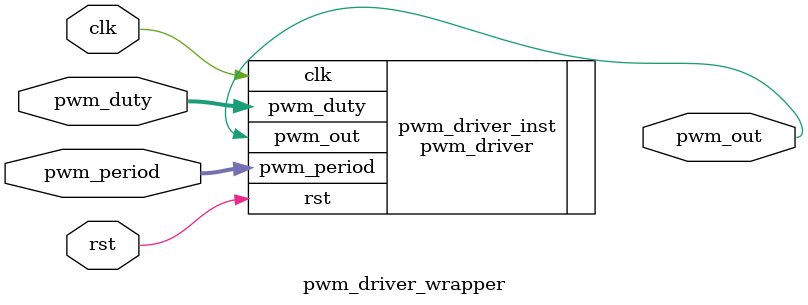
<source format=v>
module pwm_driver_wrapper #(
    parameter PWM_SIZE = 32  // Default parameter value, can be overridden at instantiation
)(
    input wire clk,
    input wire rst,
    input wire [PWM_SIZE-1:0] pwm_period,
    input wire [PWM_SIZE-1:0] pwm_duty,
    output wire pwm_out
);

    // Instantiate the SystemVerilog pwm_driver module, passing the PWM_SIZE parameter
    pwm_driver #(
        .PWM_SIZE(PWM_SIZE)
    ) pwm_driver_inst (
        .clk(clk),
        .rst(rst),
        .pwm_period(pwm_period),
        .pwm_duty(pwm_duty),
        .pwm_out(pwm_out)
    );

endmodule

</source>
